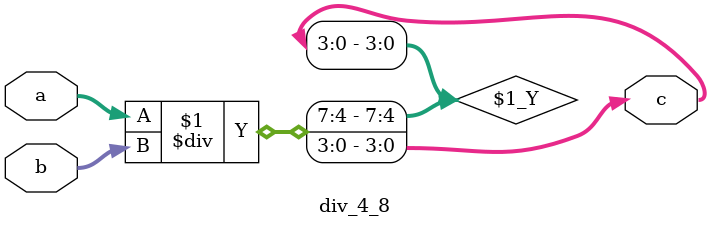
<source format=v>
module div_4_8(a, b, c);
  input [3:0] a;
  input [7:0] b;
  output [3:0] c;

  assign c = a / b;

endmodule

</source>
